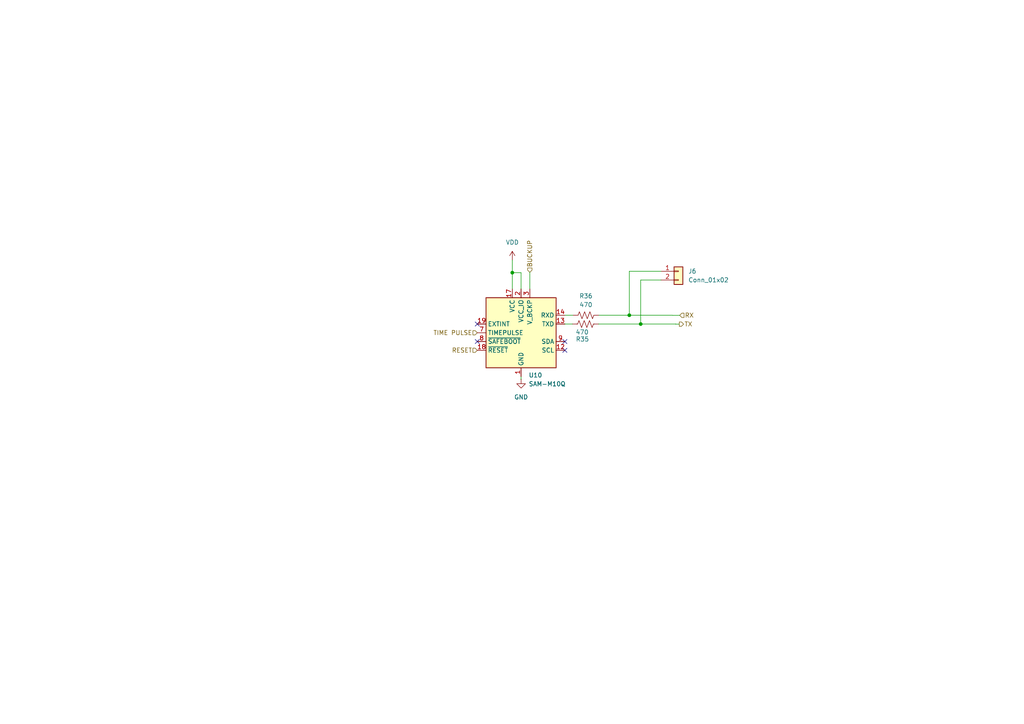
<source format=kicad_sch>
(kicad_sch (version 20231120) (generator "eeschema") (generator_version "8.0")
  (paper "A4")
  (lib_symbols
    (symbol "Connector_Generic:Conn_01x02" (pin_names (offset 1.016) hide)
      (property "Reference" "J" (at 0 2.54 0))
      (property "Value" "Conn_01x02" (at 0 -5.08 0))
      (symbol "Conn_01x02_1_1"
        (rectangle (start -1.27 -2.413) (end 0 -2.667) (stroke (width 0.1524)))
        (rectangle (start -1.27 0.127) (end 0 -0.127) (stroke (width 0.1524)))
        (rectangle (start -1.27 1.27) (end 1.27 -3.81) (stroke (width 0.254)) (fill (type background)))
        (pin passive line (at -5.08 0 0) (length 3.81) (name "Pin_1") (number "1"))
        (pin passive line (at -5.08 -2.54 0) (length 3.81) (name "Pin_2") (number "2"))
      )
    )
    (symbol "Device:R_US" (pin_numbers hide) (pin_names (offset 0))
      (property "Reference" "R" (at 2.54 0 90))
      (property "Value" "R_US" (at -2.54 0 90))
      (symbol "R_US_0_1"
        (polyline (pts (xy 0 -2.286) (xy 0 -2.54)))
        (polyline (pts (xy 0 2.286) (xy 0 2.54)))
        (polyline (pts (xy 0 -0.762) (xy 1.016 -1.143) (xy 0 -1.524) (xy -1.016 -1.905) (xy 0 -2.286)))
        (polyline (pts (xy 0 0.762) (xy 1.016 0.381) (xy 0 0) (xy -1.016 -0.381) (xy 0 -0.762)))
        (polyline (pts (xy 0 2.286) (xy 1.016 1.905) (xy 0 1.524) (xy -1.016 1.143) (xy 0 0.762)))
      )
      (symbol "R_US_1_1"
        (pin passive line (at 0 3.81 270) (length 1.27) (name "~") (number "1"))
        (pin passive line (at 0 -3.81 90) (length 1.27) (name "~") (number "2"))
      )
    )
    (symbol "RF_GPS:SAM-M8Q"
      (property "Reference" "U" (at -8.89 11.43 0))
      (property "Value" "SAM-M8Q" (at 8.89 11.43 0))
      (symbol "SAM-M8Q_0_1"
        (rectangle (start -10.16 10.16) (end 10.16 -10.16) (stroke (width 0.254)) (fill (type background)))
      )
      (symbol "SAM-M8Q_1_1"
        (pin power_in line (at 0 -12.7 90) (length 2.54) (name "GND") (number "1"))
        (pin passive line (at 0 -12.7 90) (length 2.54) hide (name "GND") (number "10"))
        (pin passive line (at 0 -12.7 90) (length 2.54) hide (name "GND") (number "11"))
        (pin input line (at 12.7 -5.08 180) (length 2.54) (name "SCL") (number "12"))
        (pin output line (at 12.7 2.54 180) (length 2.54) (name "TXD") (number "13"))
        (pin input line (at 12.7 5.08 180) (length 2.54) (name "RXD") (number "14"))
        (pin passive line (at 0 -12.7 90) (length 2.54) hide (name "GND") (number "15"))
        (pin passive line (at 0 -12.7 90) (length 2.54) hide (name "GND") (number "16"))
        (pin power_in line (at -2.54 12.7 270) (length 2.54) (name "VCC") (number "17"))
        (pin input line (at -12.7 -5.08 0) (length 2.54) (name "~{RESET}") (number "18"))
        (pin input line (at -12.7 2.54 0) (length 2.54) (name "EXTINT") (number "19"))
        (pin power_in line (at 0 12.7 270) (length 2.54) (name "VCC_IO") (number "2"))
        (pin passive line (at 0 -12.7 90) (length 2.54) hide (name "GND") (number "20"))
        (pin power_in line (at 2.54 12.7 270) (length 2.54) (name "V_BCKP") (number "3"))
        (pin passive line (at 0 -12.7 90) (length 2.54) hide (name "GND") (number "4"))
        (pin passive line (at 0 -12.7 90) (length 2.54) hide (name "GND") (number "5"))
        (pin passive line (at 0 -12.7 90) (length 2.54) hide (name "GND") (number "6"))
        (pin output line (at -12.7 0 0) (length 2.54) (name "TIMEPULSE") (number "7"))
        (pin input line (at -12.7 -2.54 0) (length 2.54) (name "~{SAFEBOOT}") (number "8"))
        (pin bidirectional line (at 12.7 -2.54 180) (length 2.54) (name "SDA") (number "9"))
      )
    )
    (symbol "power:GND" (power) (pin_numbers hide) (pin_names (offset 0) hide)
      (property "Value" "GND" (at 0 -3.81 0))
      (symbol "GND_0_1"
        (polyline (pts (xy 0 0) (xy 0 -1.27) (xy 1.27 -1.27) (xy 0 -2.54) (xy -1.27 -1.27) (xy 0 -1.27)))
      )
      (symbol "GND_1_1"
        (pin power_in line (at 0 0 270) (length 0) (name "~") (number "1"))
      )
    )
    (symbol "power:VDD" (power) (pin_numbers hide) (pin_names (offset 0) hide)
      (property "Value" "VDD" (at 0 3.556 0))
      (symbol "VDD_0_1"
        (polyline (pts (xy -0.762 1.27) (xy 0 2.54)))
        (polyline (pts (xy 0 0) (xy 0 2.54)))
        (polyline (pts (xy 0 2.54) (xy 0.762 1.27)))
      )
      (symbol "VDD_1_1"
        (pin power_in line (at 0 0 90) (length 0) (name "~") (number "1"))
      )
    )
  )
  (junction (at 185.8296 93.9854))
  (junction (at 148.59 79.0819))
  (junction (at 182.5272 91.4318))
  (no_connect (at 138.43 99.06))
  (no_connect (at 138.43 93.98))
  (no_connect (at 163.83 101.6))
  (no_connect (at 163.83 99.06))
  (wire (pts (xy 182.5272 91.4318) (xy 173.7569 91.4318)))
  (wire (pts (xy 197.1329 91.4593) (xy 195.0792 91.4593)))
  (wire (pts (xy 151.13 109.22) (xy 151.13 110.0216)))
  (wire (pts (xy 163.83 91.4318) (xy 163.83 91.44)))
  (wire (pts (xy 197.0135 94.0129) (xy 195.9598 94.0129)))
  (wire (pts (xy 151.13 110.0216) (xy 151.1387 110.0216)))
  (wire (pts (xy 195.0792 91.4593) (xy 195.0792 91.4318)))
  (wire (pts (xy 148.59 75.4255) (xy 148.59 79.0819)))
  (wire (pts (xy 166.0175 93.9854) (xy 163.83 93.9854)))
  (wire (pts (xy 166.1369 91.4318) (xy 163.83 91.4318)))
  (wire (pts (xy 191.7039 81.2193) (xy 185.8296 81.2193)))
  (wire (pts (xy 148.59 79.0819) (xy 151.13 79.0819)))
  (wire (pts (xy 195.9598 93.9854) (xy 185.8296 93.9854)))
  (wire (pts (xy 185.8296 93.9854) (xy 173.6375 93.9854)))
  (wire (pts (xy 151.13 83.82) (xy 151.13 79.0819)))
  (wire (pts (xy 191.7039 78.6793) (xy 182.5272 78.6793)))
  (wire (pts (xy 163.83 93.9854) (xy 163.83 93.98)))
  (wire (pts (xy 153.67 83.82) (xy 153.67 78.9862)))
  (wire (pts (xy 185.8296 81.2193) (xy 185.8296 93.9854)))
  (wire (pts (xy 182.5272 78.6793) (xy 182.5272 91.4318)))
  (wire (pts (xy 148.59 79.0819) (xy 148.59 83.82)))
  (wire (pts (xy 195.9598 94.0129) (xy 195.9598 93.9854)))
  (wire (pts (xy 195.0792 91.4318) (xy 182.5272 91.4318)))
  (hierarchical_label "RX" (shape input) (at 197.1329 91.4593 0))
  (hierarchical_label "RESET" (shape input) (at 138.43 101.6 180))
  (hierarchical_label "TX" (shape output) (at 197.0135 94.0129 0))
  (hierarchical_label "TIME PULSE" (shape input) (at 138.43 96.52 180))
  (hierarchical_label "BUCKUP" (shape input) (at 153.67 78.9862 90))
  (symbol (lib_id "Connector_Generic:Conn_01x02") (at 196.7839 78.6793 0) (unit 1)
    (property "Reference" "J6" (at 199.6108 78.6792 0) (effects (justify left)))
    (property "Value" "Conn_01x02" (at 199.6108 81.2192 0) (effects (justify left)))
    (property "Footprint" "Connector_PinHeader_1.00mm:PinHeader_1x02_P1.00mm_Vertical" (effects (hide yes)))
    (property "Description" "Generic connector, single row, 01x02, script generated (kicad-library-utils/schlib/autogen/connector/)" (effects (hide yes)))
  )
  (symbol (lib_id "Device:R_US") (at 169.9469 91.4318 90) (unit 1)
    (property "Reference" "R36" (at 169.9469 85.8649 90))
    (property "Value" "470" (at 169.9469 88.4049 90))
    (property "Footprint" "Resistor_SMD:R_0402_1005Metric" (effects (hide yes)))
    (property "Description" "Resistor, US symbol" (effects (hide yes)))
  )
  (symbol (lib_id "RF_GPS:SAM-M8Q") (at 151.13 96.52 0) (unit 1)
    (property "Reference" "U10" (at 153.3241 108.8252 0) (effects (justify left)))
    (property "Value" "SAM-M10Q" (at 153.3241 111.3652 0) (effects (justify left)))
    (property "Footprint" "RF_GPS:ublox_SAM-M8Q" (effects (hide yes)))
    (property "Datasheet" "https://www.u-blox.com/sites/default/files/SAM-M8Q_DataSheet_%28UBX-16012619%29.pdf" (effects (hide yes)))
    (property "Description" "GPS ublox M8 variant" (effects (hide yes)))
  )
  (symbol (lib_id "power:VDD") (at 148.59 75.4255 0) (unit 1)
    (property "Reference" "#PWR064" (effects (hide yes)))
    (property "Value" "VDD" (at 148.59 70.2907 0))
    (property "Description" "Power symbol creates a global label with name \"VDD\"" (effects (hide yes)))
  )
  (symbol (lib_id "Device:R_US") (at 169.8275 93.9854 90) (unit 1)
    (property "Reference" "R35" (at 168.9261 98.3795 90))
    (property "Value" "470	" (at 169.4273 96.339 90))
    (property "Footprint" "Resistor_SMD:R_0402_1005Metric" (effects (hide yes)))
    (property "Description" "Resistor, US symbol" (effects (hide yes)))
  )
  (symbol (lib_id "power:GND") (at 151.1387 110.0216 0) (unit 1)
    (property "Reference" "#PWR065" (effects (hide yes)))
    (property "Value" "GND" (at 151.1387 115.1752 0))
    (property "Description" "Power symbol creates a global label with name \"GND\" , ground" (effects (hide yes)))
  )
)
</source>
